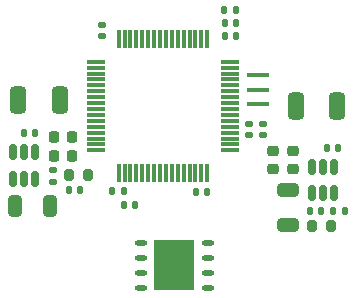
<source format=gbr>
%TF.GenerationSoftware,KiCad,Pcbnew,8.0.6*%
%TF.CreationDate,2025-01-28T20:51:36+01:00*%
%TF.ProjectId,Flight controller goated,466c6967-6874-4206-936f-6e74726f6c6c,rev?*%
%TF.SameCoordinates,Original*%
%TF.FileFunction,Paste,Bot*%
%TF.FilePolarity,Positive*%
%FSLAX46Y46*%
G04 Gerber Fmt 4.6, Leading zero omitted, Abs format (unit mm)*
G04 Created by KiCad (PCBNEW 8.0.6) date 2025-01-28 20:51:36*
%MOMM*%
%LPD*%
G01*
G04 APERTURE LIST*
G04 Aperture macros list*
%AMRoundRect*
0 Rectangle with rounded corners*
0 $1 Rounding radius*
0 $2 $3 $4 $5 $6 $7 $8 $9 X,Y pos of 4 corners*
0 Add a 4 corners polygon primitive as box body*
4,1,4,$2,$3,$4,$5,$6,$7,$8,$9,$2,$3,0*
0 Add four circle primitives for the rounded corners*
1,1,$1+$1,$2,$3*
1,1,$1+$1,$4,$5*
1,1,$1+$1,$6,$7*
1,1,$1+$1,$8,$9*
0 Add four rect primitives between the rounded corners*
20,1,$1+$1,$2,$3,$4,$5,0*
20,1,$1+$1,$4,$5,$6,$7,0*
20,1,$1+$1,$6,$7,$8,$9,0*
20,1,$1+$1,$8,$9,$2,$3,0*%
G04 Aperture macros list end*
%ADD10RoundRect,0.135000X-0.185000X0.135000X-0.185000X-0.135000X0.185000X-0.135000X0.185000X0.135000X0*%
%ADD11RoundRect,0.225000X0.225000X0.250000X-0.225000X0.250000X-0.225000X-0.250000X0.225000X-0.250000X0*%
%ADD12RoundRect,0.140000X-0.170000X0.140000X-0.170000X-0.140000X0.170000X-0.140000X0.170000X0.140000X0*%
%ADD13RoundRect,0.140000X-0.140000X-0.170000X0.140000X-0.170000X0.140000X0.170000X-0.140000X0.170000X0*%
%ADD14RoundRect,0.250000X-0.325000X-0.650000X0.325000X-0.650000X0.325000X0.650000X-0.325000X0.650000X0*%
%ADD15RoundRect,0.250000X0.650000X-0.325000X0.650000X0.325000X-0.650000X0.325000X-0.650000X-0.325000X0*%
%ADD16RoundRect,0.150000X0.150000X-0.512500X0.150000X0.512500X-0.150000X0.512500X-0.150000X-0.512500X0*%
%ADD17RoundRect,0.200000X0.200000X0.275000X-0.200000X0.275000X-0.200000X-0.275000X0.200000X-0.275000X0*%
%ADD18RoundRect,0.225000X-0.250000X0.225000X-0.250000X-0.225000X0.250000X-0.225000X0.250000X0.225000X0*%
%ADD19RoundRect,0.140000X0.140000X0.170000X-0.140000X0.170000X-0.140000X-0.170000X0.140000X-0.170000X0*%
%ADD20RoundRect,0.135000X-0.135000X-0.185000X0.135000X-0.185000X0.135000X0.185000X-0.135000X0.185000X0*%
%ADD21R,1.900000X0.400000*%
%ADD22RoundRect,0.140000X0.170000X-0.140000X0.170000X0.140000X-0.170000X0.140000X-0.170000X-0.140000X0*%
%ADD23RoundRect,0.135000X0.135000X0.185000X-0.135000X0.185000X-0.135000X-0.185000X0.135000X-0.185000X0*%
%ADD24RoundRect,0.350000X-0.350000X-0.800000X0.350000X-0.800000X0.350000X0.800000X-0.350000X0.800000X0*%
%ADD25RoundRect,0.200000X-0.200000X-0.275000X0.200000X-0.275000X0.200000X0.275000X-0.200000X0.275000X0*%
%ADD26RoundRect,0.350000X0.350000X0.800000X-0.350000X0.800000X-0.350000X-0.800000X0.350000X-0.800000X0*%
%ADD27O,1.040200X0.444600*%
%ADD28R,3.400000X4.300000*%
%ADD29RoundRect,0.075000X0.700000X0.075000X-0.700000X0.075000X-0.700000X-0.075000X0.700000X-0.075000X0*%
%ADD30RoundRect,0.075000X0.075000X0.700000X-0.075000X0.700000X-0.075000X-0.700000X0.075000X-0.700000X0*%
G04 APERTURE END LIST*
D10*
%TO.C,R2*%
X72450000Y-104990000D03*
X72450000Y-106010000D03*
%TD*%
D11*
%TO.C,C5*%
X74075000Y-102200000D03*
X72525000Y-102200000D03*
%TD*%
%TO.C,C3*%
X74075000Y-103750000D03*
X72525000Y-103750000D03*
%TD*%
D12*
%TO.C,C24*%
X90200000Y-101070000D03*
X90200000Y-102030000D03*
%TD*%
D13*
%TO.C,C6*%
X73770000Y-106700000D03*
X74730000Y-106700000D03*
%TD*%
D14*
%TO.C,C1*%
X69250000Y-108050000D03*
X72200000Y-108050000D03*
%TD*%
D15*
%TO.C,C11*%
X92337500Y-109587500D03*
X92337500Y-106637500D03*
%TD*%
D16*
%TO.C,U6*%
X70925000Y-105687500D03*
X69975000Y-105687500D03*
X69025000Y-105687500D03*
X69025000Y-103412500D03*
X69975000Y-103412500D03*
X70925000Y-103412500D03*
%TD*%
D17*
%TO.C,R13*%
X96012500Y-109712500D03*
X94362500Y-109712500D03*
%TD*%
D13*
%TO.C,C19*%
X86970000Y-92550000D03*
X87930000Y-92550000D03*
%TD*%
D18*
%TO.C,C26*%
X92737500Y-103337500D03*
X92737500Y-104887500D03*
%TD*%
D19*
%TO.C,C16*%
X95167500Y-108462500D03*
X94207500Y-108462500D03*
%TD*%
D12*
%TO.C,C23*%
X89040000Y-101070000D03*
X89040000Y-102030000D03*
%TD*%
D20*
%TO.C,R14*%
X86940000Y-91450000D03*
X87960000Y-91450000D03*
%TD*%
D21*
%TO.C,Y1*%
X89800000Y-99350000D03*
X89800000Y-98150000D03*
X89800000Y-96950000D03*
%TD*%
D18*
%TO.C,C27*%
X91100000Y-103325000D03*
X91100000Y-104875000D03*
%TD*%
D22*
%TO.C,C21*%
X76600000Y-93630000D03*
X76600000Y-92670000D03*
%TD*%
D19*
%TO.C,C4*%
X79380000Y-107900000D03*
X78420000Y-107900000D03*
%TD*%
D23*
%TO.C,R7*%
X97197500Y-108462500D03*
X96177500Y-108462500D03*
%TD*%
D13*
%TO.C,C17*%
X86970000Y-93600000D03*
X87930000Y-93600000D03*
%TD*%
D16*
%TO.C,U7*%
X96250000Y-106950000D03*
X95300000Y-106950000D03*
X94350000Y-106950000D03*
X94350000Y-104675000D03*
X95300000Y-104675000D03*
X96250000Y-104675000D03*
%TD*%
D13*
%TO.C,C13*%
X95607500Y-103112500D03*
X96567500Y-103112500D03*
%TD*%
D24*
%TO.C,L1*%
X69475000Y-99000000D03*
X73025000Y-99000000D03*
%TD*%
D25*
%TO.C,R1*%
X73775000Y-105400000D03*
X75425000Y-105400000D03*
%TD*%
D26*
%TO.C,L2*%
X96525000Y-99550000D03*
X92975000Y-99550000D03*
%TD*%
D19*
%TO.C,C22*%
X85480000Y-106800000D03*
X84520000Y-106800000D03*
%TD*%
%TO.C,C20*%
X78430000Y-106750000D03*
X77470000Y-106750000D03*
%TD*%
D27*
%TO.C,U1*%
X79854300Y-114955000D03*
X79854300Y-113685000D03*
X79854300Y-112415000D03*
X79854300Y-111145000D03*
X85545700Y-111145000D03*
X85545700Y-112415000D03*
X85545700Y-113685000D03*
X85545700Y-114955000D03*
D28*
X82700000Y-113050000D03*
%TD*%
D29*
%TO.C,U2*%
X87425000Y-95800000D03*
X87425000Y-96300000D03*
X87425000Y-96800000D03*
X87425000Y-97300000D03*
X87425000Y-97800000D03*
X87425000Y-98300000D03*
X87425000Y-98800000D03*
X87425000Y-99300000D03*
X87425000Y-99800000D03*
X87425000Y-100300000D03*
X87425000Y-100800000D03*
X87425000Y-101300000D03*
X87425000Y-101800000D03*
X87425000Y-102300000D03*
X87425000Y-102800000D03*
X87425000Y-103300000D03*
D30*
X85500000Y-105225000D03*
X85000000Y-105225000D03*
X84500000Y-105225000D03*
X84000000Y-105225000D03*
X83500000Y-105225000D03*
X83000000Y-105225000D03*
X82500000Y-105225000D03*
X82000000Y-105225000D03*
X81500000Y-105225000D03*
X81000000Y-105225000D03*
X80500000Y-105225000D03*
X80000000Y-105225000D03*
X79500000Y-105225000D03*
X79000000Y-105225000D03*
X78500000Y-105225000D03*
X78000000Y-105225000D03*
D29*
X76075000Y-103300000D03*
X76075000Y-102800000D03*
X76075000Y-102300000D03*
X76075000Y-101800000D03*
X76075000Y-101300000D03*
X76075000Y-100800000D03*
X76075000Y-100300000D03*
X76075000Y-99800000D03*
X76075000Y-99300000D03*
X76075000Y-98800000D03*
X76075000Y-98300000D03*
X76075000Y-97800000D03*
X76075000Y-97300000D03*
X76075000Y-96800000D03*
X76075000Y-96300000D03*
X76075000Y-95800000D03*
D30*
X78000000Y-93875000D03*
X78500000Y-93875000D03*
X79000000Y-93875000D03*
X79500000Y-93875000D03*
X80000000Y-93875000D03*
X80500000Y-93875000D03*
X81000000Y-93875000D03*
X81500000Y-93875000D03*
X82000000Y-93875000D03*
X82500000Y-93875000D03*
X83000000Y-93875000D03*
X83500000Y-93875000D03*
X84000000Y-93875000D03*
X84500000Y-93875000D03*
X85000000Y-93875000D03*
X85500000Y-93875000D03*
%TD*%
D13*
%TO.C,C2*%
X70000000Y-101850000D03*
X70960000Y-101850000D03*
%TD*%
M02*

</source>
